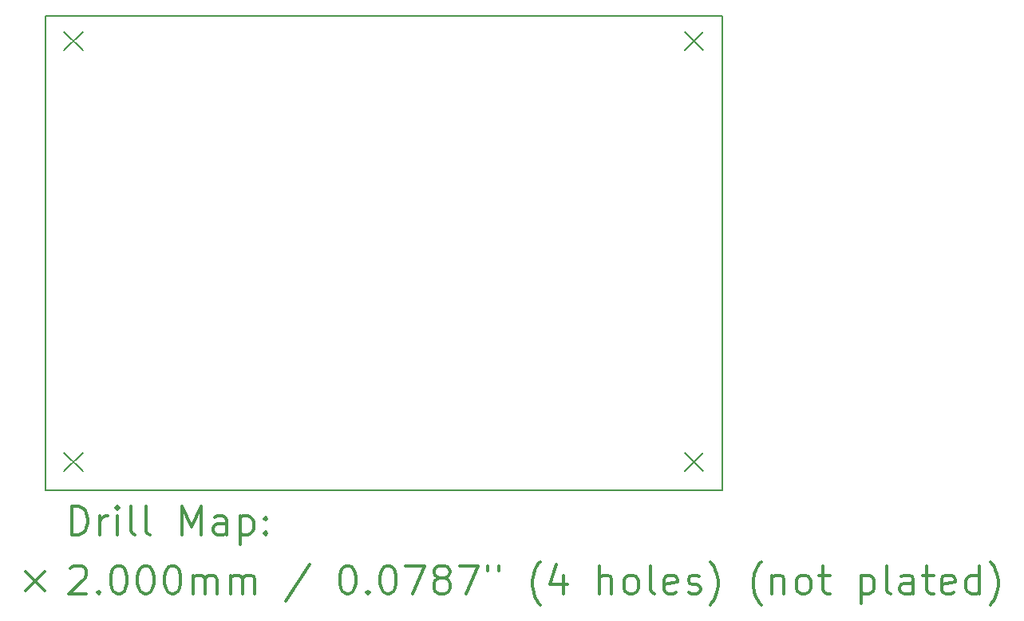
<source format=gbr>
%FSLAX45Y45*%
G04 Gerber Fmt 4.5, Leading zero omitted, Abs format (unit mm)*
G04 Created by KiCad (PCBNEW (5.1.10)-1) date 2021-11-25 14:37:41*
%MOMM*%
%LPD*%
G01*
G04 APERTURE LIST*
%TA.AperFunction,Profile*%
%ADD10C,0.150000*%
%TD*%
%ADD11C,0.200000*%
%ADD12C,0.300000*%
G04 APERTURE END LIST*
D10*
X7200000Y-420000D02*
X7200000Y-5460000D01*
X20000Y-420000D02*
X7200000Y-420000D01*
X20000Y-5460000D02*
X20000Y-420000D01*
X7200000Y-5460000D02*
X20000Y-5460000D01*
D11*
X220000Y-590000D02*
X420000Y-790000D01*
X420000Y-590000D02*
X220000Y-790000D01*
X220000Y-5060000D02*
X420000Y-5260000D01*
X420000Y-5060000D02*
X220000Y-5260000D01*
X6800000Y-590000D02*
X7000000Y-790000D01*
X7000000Y-590000D02*
X6800000Y-790000D01*
X6800000Y-5060000D02*
X7000000Y-5260000D01*
X7000000Y-5060000D02*
X6800000Y-5260000D01*
D12*
X298928Y-5933214D02*
X298928Y-5633214D01*
X370357Y-5633214D01*
X413214Y-5647500D01*
X441786Y-5676071D01*
X456071Y-5704643D01*
X470357Y-5761786D01*
X470357Y-5804643D01*
X456071Y-5861786D01*
X441786Y-5890357D01*
X413214Y-5918929D01*
X370357Y-5933214D01*
X298928Y-5933214D01*
X598928Y-5933214D02*
X598928Y-5733214D01*
X598928Y-5790357D02*
X613214Y-5761786D01*
X627500Y-5747500D01*
X656071Y-5733214D01*
X684643Y-5733214D01*
X784643Y-5933214D02*
X784643Y-5733214D01*
X784643Y-5633214D02*
X770357Y-5647500D01*
X784643Y-5661786D01*
X798928Y-5647500D01*
X784643Y-5633214D01*
X784643Y-5661786D01*
X970357Y-5933214D02*
X941786Y-5918929D01*
X927500Y-5890357D01*
X927500Y-5633214D01*
X1127500Y-5933214D02*
X1098928Y-5918929D01*
X1084643Y-5890357D01*
X1084643Y-5633214D01*
X1470357Y-5933214D02*
X1470357Y-5633214D01*
X1570357Y-5847500D01*
X1670357Y-5633214D01*
X1670357Y-5933214D01*
X1941786Y-5933214D02*
X1941786Y-5776071D01*
X1927500Y-5747500D01*
X1898928Y-5733214D01*
X1841786Y-5733214D01*
X1813214Y-5747500D01*
X1941786Y-5918929D02*
X1913214Y-5933214D01*
X1841786Y-5933214D01*
X1813214Y-5918929D01*
X1798928Y-5890357D01*
X1798928Y-5861786D01*
X1813214Y-5833214D01*
X1841786Y-5818929D01*
X1913214Y-5818929D01*
X1941786Y-5804643D01*
X2084643Y-5733214D02*
X2084643Y-6033214D01*
X2084643Y-5747500D02*
X2113214Y-5733214D01*
X2170357Y-5733214D01*
X2198928Y-5747500D01*
X2213214Y-5761786D01*
X2227500Y-5790357D01*
X2227500Y-5876071D01*
X2213214Y-5904643D01*
X2198928Y-5918929D01*
X2170357Y-5933214D01*
X2113214Y-5933214D01*
X2084643Y-5918929D01*
X2356071Y-5904643D02*
X2370357Y-5918929D01*
X2356071Y-5933214D01*
X2341786Y-5918929D01*
X2356071Y-5904643D01*
X2356071Y-5933214D01*
X2356071Y-5747500D02*
X2370357Y-5761786D01*
X2356071Y-5776071D01*
X2341786Y-5761786D01*
X2356071Y-5747500D01*
X2356071Y-5776071D01*
X-187500Y-6327500D02*
X12500Y-6527500D01*
X12500Y-6327500D02*
X-187500Y-6527500D01*
X284643Y-6291786D02*
X298928Y-6277500D01*
X327500Y-6263214D01*
X398928Y-6263214D01*
X427500Y-6277500D01*
X441786Y-6291786D01*
X456071Y-6320357D01*
X456071Y-6348929D01*
X441786Y-6391786D01*
X270357Y-6563214D01*
X456071Y-6563214D01*
X584643Y-6534643D02*
X598928Y-6548929D01*
X584643Y-6563214D01*
X570357Y-6548929D01*
X584643Y-6534643D01*
X584643Y-6563214D01*
X784643Y-6263214D02*
X813214Y-6263214D01*
X841786Y-6277500D01*
X856071Y-6291786D01*
X870357Y-6320357D01*
X884643Y-6377500D01*
X884643Y-6448929D01*
X870357Y-6506071D01*
X856071Y-6534643D01*
X841786Y-6548929D01*
X813214Y-6563214D01*
X784643Y-6563214D01*
X756071Y-6548929D01*
X741786Y-6534643D01*
X727500Y-6506071D01*
X713214Y-6448929D01*
X713214Y-6377500D01*
X727500Y-6320357D01*
X741786Y-6291786D01*
X756071Y-6277500D01*
X784643Y-6263214D01*
X1070357Y-6263214D02*
X1098928Y-6263214D01*
X1127500Y-6277500D01*
X1141786Y-6291786D01*
X1156071Y-6320357D01*
X1170357Y-6377500D01*
X1170357Y-6448929D01*
X1156071Y-6506071D01*
X1141786Y-6534643D01*
X1127500Y-6548929D01*
X1098928Y-6563214D01*
X1070357Y-6563214D01*
X1041786Y-6548929D01*
X1027500Y-6534643D01*
X1013214Y-6506071D01*
X998928Y-6448929D01*
X998928Y-6377500D01*
X1013214Y-6320357D01*
X1027500Y-6291786D01*
X1041786Y-6277500D01*
X1070357Y-6263214D01*
X1356071Y-6263214D02*
X1384643Y-6263214D01*
X1413214Y-6277500D01*
X1427500Y-6291786D01*
X1441786Y-6320357D01*
X1456071Y-6377500D01*
X1456071Y-6448929D01*
X1441786Y-6506071D01*
X1427500Y-6534643D01*
X1413214Y-6548929D01*
X1384643Y-6563214D01*
X1356071Y-6563214D01*
X1327500Y-6548929D01*
X1313214Y-6534643D01*
X1298928Y-6506071D01*
X1284643Y-6448929D01*
X1284643Y-6377500D01*
X1298928Y-6320357D01*
X1313214Y-6291786D01*
X1327500Y-6277500D01*
X1356071Y-6263214D01*
X1584643Y-6563214D02*
X1584643Y-6363214D01*
X1584643Y-6391786D02*
X1598928Y-6377500D01*
X1627500Y-6363214D01*
X1670357Y-6363214D01*
X1698928Y-6377500D01*
X1713214Y-6406071D01*
X1713214Y-6563214D01*
X1713214Y-6406071D02*
X1727500Y-6377500D01*
X1756071Y-6363214D01*
X1798928Y-6363214D01*
X1827500Y-6377500D01*
X1841786Y-6406071D01*
X1841786Y-6563214D01*
X1984643Y-6563214D02*
X1984643Y-6363214D01*
X1984643Y-6391786D02*
X1998928Y-6377500D01*
X2027500Y-6363214D01*
X2070357Y-6363214D01*
X2098928Y-6377500D01*
X2113214Y-6406071D01*
X2113214Y-6563214D01*
X2113214Y-6406071D02*
X2127500Y-6377500D01*
X2156071Y-6363214D01*
X2198928Y-6363214D01*
X2227500Y-6377500D01*
X2241786Y-6406071D01*
X2241786Y-6563214D01*
X2827500Y-6248929D02*
X2570357Y-6634643D01*
X3213214Y-6263214D02*
X3241786Y-6263214D01*
X3270357Y-6277500D01*
X3284643Y-6291786D01*
X3298928Y-6320357D01*
X3313214Y-6377500D01*
X3313214Y-6448929D01*
X3298928Y-6506071D01*
X3284643Y-6534643D01*
X3270357Y-6548929D01*
X3241786Y-6563214D01*
X3213214Y-6563214D01*
X3184643Y-6548929D01*
X3170357Y-6534643D01*
X3156071Y-6506071D01*
X3141786Y-6448929D01*
X3141786Y-6377500D01*
X3156071Y-6320357D01*
X3170357Y-6291786D01*
X3184643Y-6277500D01*
X3213214Y-6263214D01*
X3441786Y-6534643D02*
X3456071Y-6548929D01*
X3441786Y-6563214D01*
X3427500Y-6548929D01*
X3441786Y-6534643D01*
X3441786Y-6563214D01*
X3641786Y-6263214D02*
X3670357Y-6263214D01*
X3698928Y-6277500D01*
X3713214Y-6291786D01*
X3727500Y-6320357D01*
X3741786Y-6377500D01*
X3741786Y-6448929D01*
X3727500Y-6506071D01*
X3713214Y-6534643D01*
X3698928Y-6548929D01*
X3670357Y-6563214D01*
X3641786Y-6563214D01*
X3613214Y-6548929D01*
X3598928Y-6534643D01*
X3584643Y-6506071D01*
X3570357Y-6448929D01*
X3570357Y-6377500D01*
X3584643Y-6320357D01*
X3598928Y-6291786D01*
X3613214Y-6277500D01*
X3641786Y-6263214D01*
X3841786Y-6263214D02*
X4041786Y-6263214D01*
X3913214Y-6563214D01*
X4198928Y-6391786D02*
X4170357Y-6377500D01*
X4156071Y-6363214D01*
X4141786Y-6334643D01*
X4141786Y-6320357D01*
X4156071Y-6291786D01*
X4170357Y-6277500D01*
X4198928Y-6263214D01*
X4256071Y-6263214D01*
X4284643Y-6277500D01*
X4298928Y-6291786D01*
X4313214Y-6320357D01*
X4313214Y-6334643D01*
X4298928Y-6363214D01*
X4284643Y-6377500D01*
X4256071Y-6391786D01*
X4198928Y-6391786D01*
X4170357Y-6406071D01*
X4156071Y-6420357D01*
X4141786Y-6448929D01*
X4141786Y-6506071D01*
X4156071Y-6534643D01*
X4170357Y-6548929D01*
X4198928Y-6563214D01*
X4256071Y-6563214D01*
X4284643Y-6548929D01*
X4298928Y-6534643D01*
X4313214Y-6506071D01*
X4313214Y-6448929D01*
X4298928Y-6420357D01*
X4284643Y-6406071D01*
X4256071Y-6391786D01*
X4413214Y-6263214D02*
X4613214Y-6263214D01*
X4484643Y-6563214D01*
X4713214Y-6263214D02*
X4713214Y-6320357D01*
X4827500Y-6263214D02*
X4827500Y-6320357D01*
X5270357Y-6677500D02*
X5256071Y-6663214D01*
X5227500Y-6620357D01*
X5213214Y-6591786D01*
X5198928Y-6548929D01*
X5184643Y-6477500D01*
X5184643Y-6420357D01*
X5198928Y-6348929D01*
X5213214Y-6306071D01*
X5227500Y-6277500D01*
X5256071Y-6234643D01*
X5270357Y-6220357D01*
X5513214Y-6363214D02*
X5513214Y-6563214D01*
X5441786Y-6248929D02*
X5370357Y-6463214D01*
X5556071Y-6463214D01*
X5898928Y-6563214D02*
X5898928Y-6263214D01*
X6027500Y-6563214D02*
X6027500Y-6406071D01*
X6013214Y-6377500D01*
X5984643Y-6363214D01*
X5941786Y-6363214D01*
X5913214Y-6377500D01*
X5898928Y-6391786D01*
X6213214Y-6563214D02*
X6184643Y-6548929D01*
X6170357Y-6534643D01*
X6156071Y-6506071D01*
X6156071Y-6420357D01*
X6170357Y-6391786D01*
X6184643Y-6377500D01*
X6213214Y-6363214D01*
X6256071Y-6363214D01*
X6284643Y-6377500D01*
X6298928Y-6391786D01*
X6313214Y-6420357D01*
X6313214Y-6506071D01*
X6298928Y-6534643D01*
X6284643Y-6548929D01*
X6256071Y-6563214D01*
X6213214Y-6563214D01*
X6484643Y-6563214D02*
X6456071Y-6548929D01*
X6441786Y-6520357D01*
X6441786Y-6263214D01*
X6713214Y-6548929D02*
X6684643Y-6563214D01*
X6627500Y-6563214D01*
X6598928Y-6548929D01*
X6584643Y-6520357D01*
X6584643Y-6406071D01*
X6598928Y-6377500D01*
X6627500Y-6363214D01*
X6684643Y-6363214D01*
X6713214Y-6377500D01*
X6727500Y-6406071D01*
X6727500Y-6434643D01*
X6584643Y-6463214D01*
X6841786Y-6548929D02*
X6870357Y-6563214D01*
X6927500Y-6563214D01*
X6956071Y-6548929D01*
X6970357Y-6520357D01*
X6970357Y-6506071D01*
X6956071Y-6477500D01*
X6927500Y-6463214D01*
X6884643Y-6463214D01*
X6856071Y-6448929D01*
X6841786Y-6420357D01*
X6841786Y-6406071D01*
X6856071Y-6377500D01*
X6884643Y-6363214D01*
X6927500Y-6363214D01*
X6956071Y-6377500D01*
X7070357Y-6677500D02*
X7084643Y-6663214D01*
X7113214Y-6620357D01*
X7127500Y-6591786D01*
X7141786Y-6548929D01*
X7156071Y-6477500D01*
X7156071Y-6420357D01*
X7141786Y-6348929D01*
X7127500Y-6306071D01*
X7113214Y-6277500D01*
X7084643Y-6234643D01*
X7070357Y-6220357D01*
X7613214Y-6677500D02*
X7598928Y-6663214D01*
X7570357Y-6620357D01*
X7556071Y-6591786D01*
X7541786Y-6548929D01*
X7527500Y-6477500D01*
X7527500Y-6420357D01*
X7541786Y-6348929D01*
X7556071Y-6306071D01*
X7570357Y-6277500D01*
X7598928Y-6234643D01*
X7613214Y-6220357D01*
X7727500Y-6363214D02*
X7727500Y-6563214D01*
X7727500Y-6391786D02*
X7741786Y-6377500D01*
X7770357Y-6363214D01*
X7813214Y-6363214D01*
X7841786Y-6377500D01*
X7856071Y-6406071D01*
X7856071Y-6563214D01*
X8041786Y-6563214D02*
X8013214Y-6548929D01*
X7998928Y-6534643D01*
X7984643Y-6506071D01*
X7984643Y-6420357D01*
X7998928Y-6391786D01*
X8013214Y-6377500D01*
X8041786Y-6363214D01*
X8084643Y-6363214D01*
X8113214Y-6377500D01*
X8127500Y-6391786D01*
X8141786Y-6420357D01*
X8141786Y-6506071D01*
X8127500Y-6534643D01*
X8113214Y-6548929D01*
X8084643Y-6563214D01*
X8041786Y-6563214D01*
X8227500Y-6363214D02*
X8341786Y-6363214D01*
X8270357Y-6263214D02*
X8270357Y-6520357D01*
X8284643Y-6548929D01*
X8313214Y-6563214D01*
X8341786Y-6563214D01*
X8670357Y-6363214D02*
X8670357Y-6663214D01*
X8670357Y-6377500D02*
X8698928Y-6363214D01*
X8756071Y-6363214D01*
X8784643Y-6377500D01*
X8798928Y-6391786D01*
X8813214Y-6420357D01*
X8813214Y-6506071D01*
X8798928Y-6534643D01*
X8784643Y-6548929D01*
X8756071Y-6563214D01*
X8698928Y-6563214D01*
X8670357Y-6548929D01*
X8984643Y-6563214D02*
X8956071Y-6548929D01*
X8941786Y-6520357D01*
X8941786Y-6263214D01*
X9227500Y-6563214D02*
X9227500Y-6406071D01*
X9213214Y-6377500D01*
X9184643Y-6363214D01*
X9127500Y-6363214D01*
X9098928Y-6377500D01*
X9227500Y-6548929D02*
X9198928Y-6563214D01*
X9127500Y-6563214D01*
X9098928Y-6548929D01*
X9084643Y-6520357D01*
X9084643Y-6491786D01*
X9098928Y-6463214D01*
X9127500Y-6448929D01*
X9198928Y-6448929D01*
X9227500Y-6434643D01*
X9327500Y-6363214D02*
X9441786Y-6363214D01*
X9370357Y-6263214D02*
X9370357Y-6520357D01*
X9384643Y-6548929D01*
X9413214Y-6563214D01*
X9441786Y-6563214D01*
X9656071Y-6548929D02*
X9627500Y-6563214D01*
X9570357Y-6563214D01*
X9541786Y-6548929D01*
X9527500Y-6520357D01*
X9527500Y-6406071D01*
X9541786Y-6377500D01*
X9570357Y-6363214D01*
X9627500Y-6363214D01*
X9656071Y-6377500D01*
X9670357Y-6406071D01*
X9670357Y-6434643D01*
X9527500Y-6463214D01*
X9927500Y-6563214D02*
X9927500Y-6263214D01*
X9927500Y-6548929D02*
X9898928Y-6563214D01*
X9841786Y-6563214D01*
X9813214Y-6548929D01*
X9798928Y-6534643D01*
X9784643Y-6506071D01*
X9784643Y-6420357D01*
X9798928Y-6391786D01*
X9813214Y-6377500D01*
X9841786Y-6363214D01*
X9898928Y-6363214D01*
X9927500Y-6377500D01*
X10041786Y-6677500D02*
X10056071Y-6663214D01*
X10084643Y-6620357D01*
X10098928Y-6591786D01*
X10113214Y-6548929D01*
X10127500Y-6477500D01*
X10127500Y-6420357D01*
X10113214Y-6348929D01*
X10098928Y-6306071D01*
X10084643Y-6277500D01*
X10056071Y-6234643D01*
X10041786Y-6220357D01*
M02*

</source>
